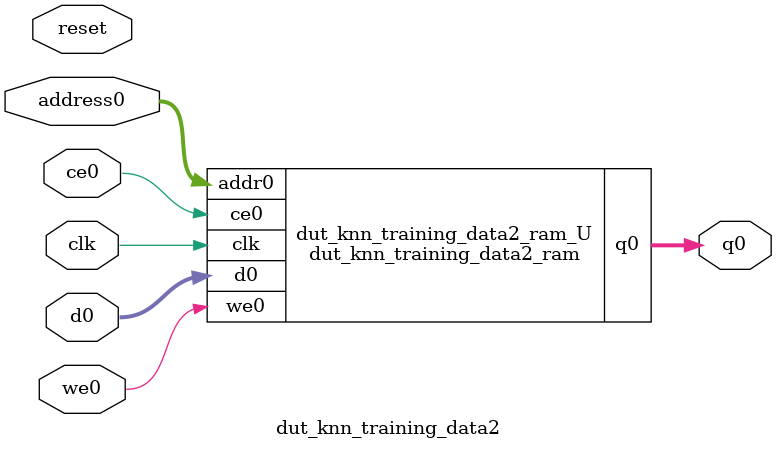
<source format=v>

`timescale 1 ns / 1 ps
module dut_knn_training_data2_ram (addr0, ce0, d0, we0, q0,  clk);

parameter DWIDTH = 32;
parameter AWIDTH = 14;
parameter MEM_SIZE = 13734;

input[AWIDTH-1:0] addr0;
input ce0;
input[DWIDTH-1:0] d0;
input we0;
output reg[DWIDTH-1:0] q0;
input clk;

(* ram_style = "block" *)reg [DWIDTH-1:0] ram[MEM_SIZE-1:0];




always @(posedge clk)  
begin 
    if (ce0) 
    begin
        if (we0) 
        begin 
            ram[addr0] <= d0; 
            q0 <= d0;
        end 
        else 
            q0 <= ram[addr0];
    end
end


endmodule


`timescale 1 ns / 1 ps
module dut_knn_training_data2(
    reset,
    clk,
    address0,
    ce0,
    we0,
    d0,
    q0);

parameter DataWidth = 32'd32;
parameter AddressRange = 32'd13734;
parameter AddressWidth = 32'd14;
input reset;
input clk;
input[AddressWidth - 1:0] address0;
input ce0;
input we0;
input[DataWidth - 1:0] d0;
output[DataWidth - 1:0] q0;



dut_knn_training_data2_ram dut_knn_training_data2_ram_U(
    .clk( clk ),
    .addr0( address0 ),
    .ce0( ce0 ),
    .d0( d0 ),
    .we0( we0 ),
    .q0( q0 ));

endmodule


</source>
